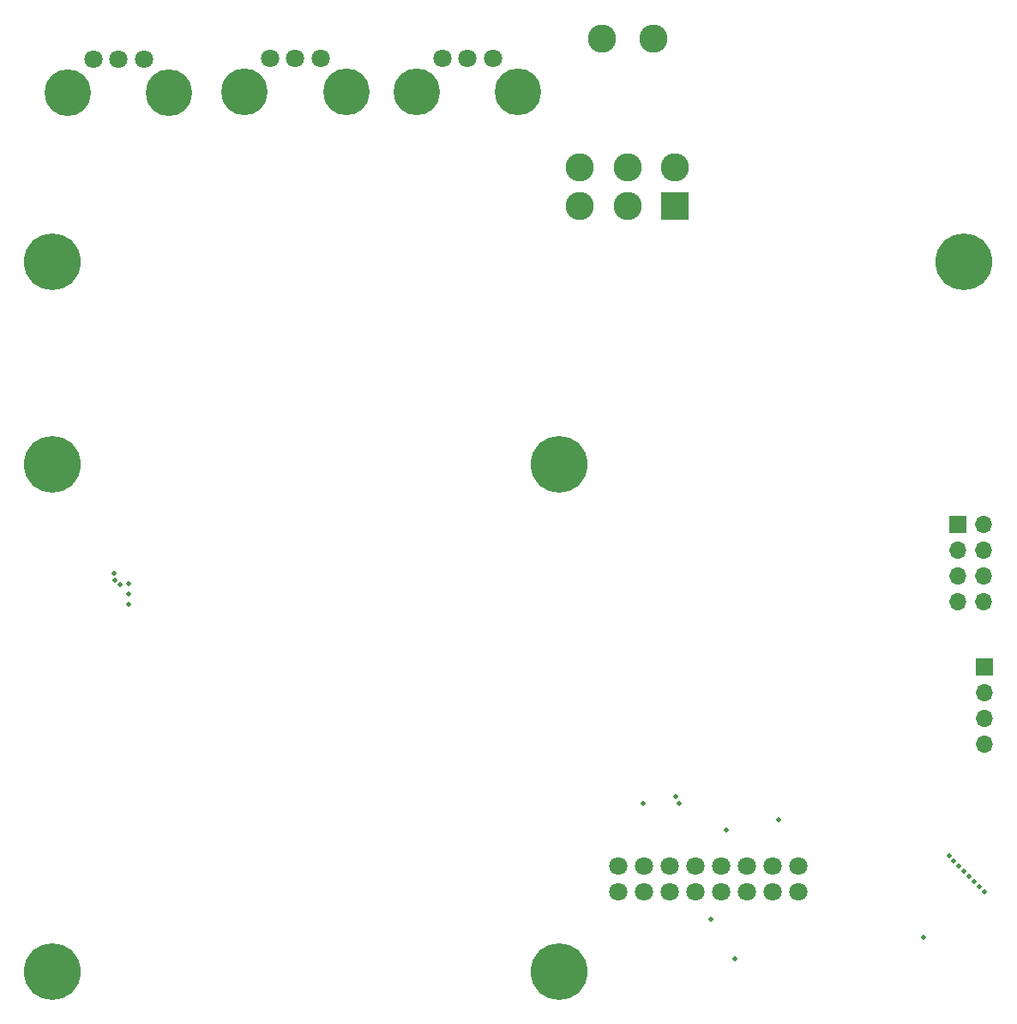
<source format=gbr>
%TF.GenerationSoftware,KiCad,Pcbnew,8.0.5*%
%TF.CreationDate,2024-11-27T23:03:38-05:00*%
%TF.ProjectId,HacKeys,4861634b-6579-4732-9e6b-696361645f70,rev?*%
%TF.SameCoordinates,Original*%
%TF.FileFunction,Copper,L3,Inr*%
%TF.FilePolarity,Positive*%
%FSLAX46Y46*%
G04 Gerber Fmt 4.6, Leading zero omitted, Abs format (unit mm)*
G04 Created by KiCad (PCBNEW 8.0.5) date 2024-11-27 23:03:38*
%MOMM*%
%LPD*%
G01*
G04 APERTURE LIST*
%TA.AperFunction,ComponentPad*%
%ADD10C,4.600000*%
%TD*%
%TA.AperFunction,ComponentPad*%
%ADD11C,1.800000*%
%TD*%
%TA.AperFunction,ComponentPad*%
%ADD12R,1.700000X1.700000*%
%TD*%
%TA.AperFunction,ComponentPad*%
%ADD13O,1.700000X1.700000*%
%TD*%
%TA.AperFunction,ComponentPad*%
%ADD14C,5.600000*%
%TD*%
%TA.AperFunction,ComponentPad*%
%ADD15R,2.781300X2.781300*%
%TD*%
%TA.AperFunction,ComponentPad*%
%ADD16C,2.781300*%
%TD*%
%TA.AperFunction,ComponentPad*%
%ADD17C,1.803400*%
%TD*%
%TA.AperFunction,ViaPad*%
%ADD18C,0.460000*%
%TD*%
G04 APERTURE END LIST*
D10*
%TO.N,*%
%TO.C,RV2*%
X148737500Y-54100000D03*
X158737500Y-54100000D03*
D11*
%TO.N,unconnected-(RV2-Pad1)*%
X156237500Y-50800000D03*
%TO.N,unconnected-(RV2-Pad2)*%
X153737500Y-50800000D03*
%TO.N,unconnected-(RV2-Pad3)*%
X151237500Y-50800000D03*
%TD*%
D12*
%TO.N,Net-(J3-USB_5V)*%
%TO.C,J4*%
X221762500Y-110850000D03*
D13*
%TO.N,Net-(J3-USB_D-)*%
X221762500Y-113390000D03*
%TO.N,/Bus/USB_D+*%
X221762500Y-115930000D03*
%TO.N,GND*%
X221762500Y-118470000D03*
%TD*%
D14*
%TO.N,unconnected-(H6-Pad1)*%
%TO.C,H6*%
X219762500Y-70850000D03*
%TD*%
%TO.N,unconnected-(H1-Pad1)*%
%TO.C,H1*%
X129762500Y-90850000D03*
%TD*%
%TO.N,unconnected-(H5-Pad1)*%
%TO.C,H5*%
X129762500Y-70850000D03*
%TD*%
D10*
%TO.N,*%
%TO.C,RV3*%
X165737500Y-54100000D03*
X175737500Y-54100000D03*
D11*
%TO.N,unconnected-(RV3-Pad1)*%
X173237500Y-50800000D03*
%TO.N,unconnected-(RV3-Pad2)*%
X170737500Y-50800000D03*
%TO.N,unconnected-(RV3-Pad3)*%
X168237500Y-50800000D03*
%TD*%
D14*
%TO.N,unconnected-(H3-Pad1)*%
%TO.C,H3*%
X129762500Y-140850000D03*
%TD*%
D15*
%TO.N,unconnected-(SW1-Pad1)*%
%TO.C,SW1*%
X191224000Y-65360000D03*
D16*
%TO.N,unconnected-(SW1-Pad2)*%
X186525000Y-65360000D03*
%TO.N,unconnected-(SW1-Pad3)*%
X181826000Y-65360000D03*
%TO.N,unconnected-(SW1-Pad4)*%
X191224000Y-61550000D03*
%TO.N,unconnected-(SW1-Pad5)*%
X186525000Y-61550000D03*
%TO.N,unconnected-(SW1-Pad6)*%
X181826000Y-61550000D03*
%TO.N,N/C*%
X189065000Y-48850000D03*
X183985000Y-48850000D03*
%TD*%
D14*
%TO.N,unconnected-(H4-Pad1)*%
%TO.C,H4*%
X179762500Y-140850000D03*
%TD*%
%TO.N,unconnected-(H2-Pad1)*%
%TO.C,H2*%
X179762500Y-90850000D03*
%TD*%
D12*
%TO.N,GND*%
%TO.C,J8*%
X219182500Y-96770000D03*
D13*
X221722500Y-96770000D03*
%TO.N,+5V*%
X219182500Y-99310000D03*
X221722500Y-99310000D03*
%TO.N,/Bus/I2C0_SCL*%
X219182500Y-101850000D03*
%TO.N,/Bus/I2C1_SCL*%
X221722500Y-101850000D03*
%TO.N,/Bus/I2C0_SDA*%
X219182500Y-104390000D03*
%TO.N,/Bus/I2C1_SDA*%
X221722500Y-104390000D03*
%TD*%
D10*
%TO.N,*%
%TO.C,RV1*%
X131262500Y-54150000D03*
X141262500Y-54150000D03*
D11*
%TO.N,unconnected-(RV1-Pad1)*%
X138762500Y-50850000D03*
%TO.N,unconnected-(RV1-Pad2)*%
X136262500Y-50850000D03*
%TO.N,unconnected-(RV1-Pad3)*%
X133762500Y-50850000D03*
%TD*%
D17*
%TO.N,-12V*%
%TO.C,J2*%
X203362500Y-130510000D03*
X203362500Y-133050000D03*
%TO.N,GND*%
X200822500Y-130510000D03*
X200822500Y-133050000D03*
X198282500Y-130510000D03*
X198282500Y-133050000D03*
X195742500Y-130510000D03*
X195742500Y-133050000D03*
%TO.N,+12V*%
X193202500Y-130510000D03*
X193202500Y-133050000D03*
%TO.N,+5V*%
X190662500Y-130510000D03*
X190662500Y-133050000D03*
%TO.N,/Bus/CON_CV*%
X188122500Y-130510000D03*
X188122500Y-133050000D03*
%TO.N,/Bus/CON_GATE*%
X185582500Y-130510000D03*
X185582500Y-133050000D03*
%TD*%
D18*
%TO.N,GND*%
X220762000Y-132000000D03*
X219762000Y-131000000D03*
X221762000Y-133000000D03*
X218762000Y-130000000D03*
X215738000Y-137490000D03*
%TO.N,-12V*%
X197149000Y-139634000D03*
%TO.N,Net-(D4-K)*%
X201423000Y-125879000D03*
%TO.N,Net-(D1-K)*%
X188111000Y-124316000D03*
%TO.N,Net-(D3-A)*%
X196248000Y-126906000D03*
%TO.N,/Bus/CON_GATE*%
X194724000Y-135702000D03*
%TO.N,Net-(J3-Audio_Out_D)*%
X221262000Y-132500000D03*
%TO.N,Net-(J3-Audio_Out_B)*%
X219262000Y-130500000D03*
%TO.N,Net-(J3-Audio_Out_A)*%
X218262000Y-129500000D03*
%TO.N,Net-(J3-Audio_Out_C)*%
X220262000Y-131500000D03*
%TO.N,Net-(D2-K)*%
X191278300Y-123631500D03*
X191630000Y-124316000D03*
%TO.N,/EXT_JACK_TN_3*%
X135912100Y-102286001D03*
%TO.N,/EXT_JACK_T_4*%
X137293100Y-102630001D03*
%TO.N,/EXT_JACK_TN_4*%
X137293100Y-103631001D03*
%TO.N,/EXT_JACK_R_4*%
X137293100Y-104630000D03*
%TO.N,/EXT_JACK_T_3*%
X135793101Y-101637001D03*
%TO.N,/EXT_JACK_R_3*%
X136402100Y-102728999D03*
%TD*%
M02*

</source>
